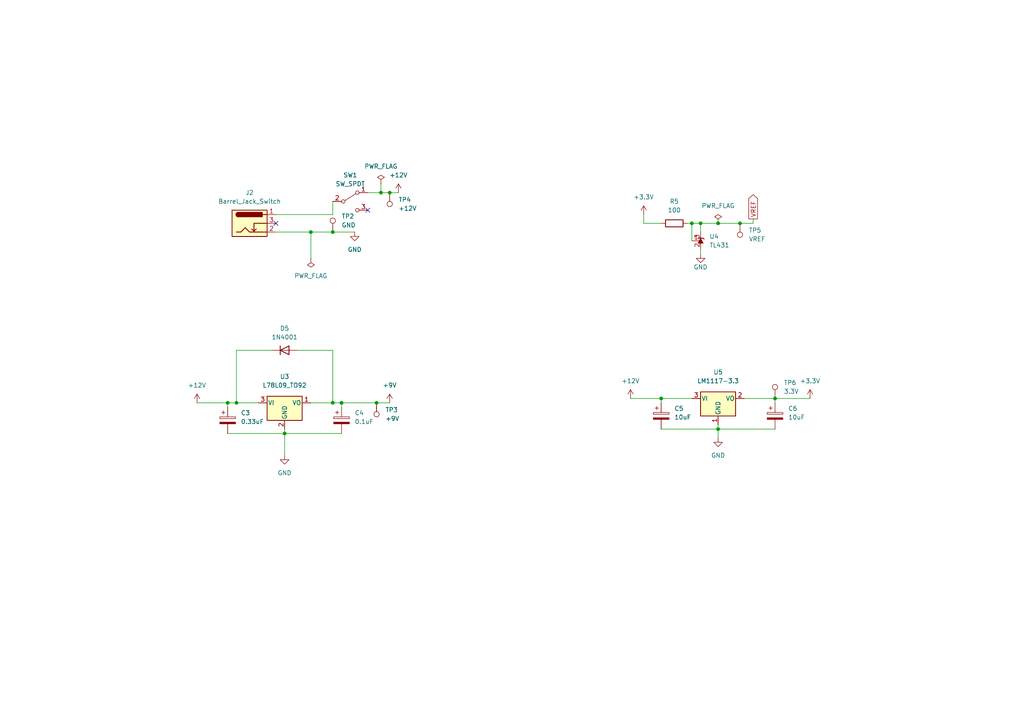
<source format=kicad_sch>
(kicad_sch (version 20211123) (generator eeschema)
  (paper "A4")
  (lib_symbols
    (symbol "Connector:Barrel_Jack_Switch"
      (property "Reference" "J" (at 0 5.334 0))
      (property "Value" "Barrel_Jack_Switch" (at 0 -5.08 0))
      (symbol "Barrel_Jack_Switch_0_1"
        (rectangle (start -5.08 3.81) (end 5.08 -3.81) (stroke (width 0.254)) (fill (type background)))
        (arc (start -3.302 3.175) (mid -3.937 2.54) (end -3.302 1.905) (stroke (width 0.254)))
        (arc (start -3.302 3.175) (mid -3.937 2.54) (end -3.302 1.905) (stroke (width 0.254)) (fill (type outline)))
        (polyline (pts (xy 1.27 -2.286) (xy 1.905 -1.651)) (stroke (width 0.254)))
        (polyline (pts (xy 5.08 2.54) (xy 3.81 2.54)) (stroke (width 0.254)))
        (polyline (pts (xy 5.08 0) (xy 1.27 0) (xy 1.27 -2.286) (xy 0.635 -1.651)) (stroke (width 0.254)))
        (polyline (pts (xy -3.81 -2.54) (xy -2.54 -2.54) (xy -1.27 -1.27) (xy 0 -2.54) (xy 2.54 -2.54) (xy 5.08 -2.54)) (stroke (width 0.254)))
        (rectangle (start 3.683 3.175) (end -3.302 1.905) (stroke (width 0.254)) (fill (type outline)))
      )
      (symbol "Barrel_Jack_Switch_1_1"
        (pin passive line (at 7.62 2.54 180) (length 2.54) (name "~") (number "1"))
        (pin passive line (at 7.62 -2.54 180) (length 2.54) (name "~") (number "2"))
        (pin passive line (at 7.62 0 180) (length 2.54) (name "~") (number "3"))
      )
    )
    (symbol "Connector:TestPoint" (pin_numbers hide) (pin_names (offset 0.762) hide)
      (property "Reference" "TP" (at 0 6.858 0))
      (property "Value" "TestPoint" (at 0 5.08 0))
      (symbol "TestPoint_0_1"
        (circle (center 0 3.302) (radius 0.762))
      )
      (symbol "TestPoint_1_1"
        (pin passive line (at 0 0 90) (length 2.54) (name "1") (number "1"))
      )
    )
    (symbol "Device:C_Polarized" (pin_numbers hide) (pin_names (offset 0.254))
      (property "Reference" "C" (at 0.635 2.54 0))
      (property "Value" "C_Polarized" (at 0.635 -2.54 0))
      (symbol "C_Polarized_0_1"
        (rectangle (start -2.286 0.508) (end 2.286 1.016))
        (polyline (pts (xy -1.778 2.286) (xy -0.762 2.286)))
        (polyline (pts (xy -1.27 2.794) (xy -1.27 1.778)))
        (rectangle (start 2.286 -0.508) (end -2.286 -1.016) (fill (type outline)))
      )
      (symbol "C_Polarized_1_1"
        (pin passive line (at 0 3.81 270) (length 2.794) (name "~") (number "1"))
        (pin passive line (at 0 -3.81 90) (length 2.794) (name "~") (number "2"))
      )
    )
    (symbol "Device:R" (pin_numbers hide) (pin_names (offset 0))
      (property "Reference" "R" (at 2.032 0 90))
      (property "Value" "R" (at 0 0 90))
      (symbol "R_0_1"
        (rectangle (start -1.016 -2.54) (end 1.016 2.54) (stroke (width 0.254)))
      )
      (symbol "R_1_1"
        (pin passive line (at 0 3.81 270) (length 1.27) (name "~") (number "1"))
        (pin passive line (at 0 -3.81 90) (length 1.27) (name "~") (number "2"))
      )
    )
    (symbol "Diode:1N4001" (pin_numbers hide) (pin_names (offset 1.016) hide)
      (property "Reference" "D" (at 0 2.54 0))
      (property "Value" "1N4001" (at 0 -2.54 0))
      (symbol "1N4001_0_1"
        (polyline (pts (xy -1.27 1.27) (xy -1.27 -1.27)) (stroke (width 0.254)))
        (polyline (pts (xy 1.27 0) (xy -1.27 0)))
        (polyline (pts (xy 1.27 1.27) (xy 1.27 -1.27) (xy -1.27 0) (xy 1.27 1.27)) (stroke (width 0.254)))
      )
      (symbol "1N4001_1_1"
        (pin passive line (at -3.81 0 0) (length 2.54) (name "K") (number "1"))
        (pin passive line (at 3.81 0 180) (length 2.54) (name "A") (number "2"))
      )
    )
    (symbol "Reference_Voltage:TL431LP" (pin_names hide)
      (property "Reference" "U" (at -2.54 2.54 0))
      (property "Value" "TL431LP" (at 0 -2.54 0))
      (symbol "TL431LP_0_1"
        (polyline (pts (xy -1.27 0) (xy 0 0) (xy 1.27 0)))
        (polyline (pts (xy -0.762 0.762) (xy 0.762 0) (xy -0.762 -0.762)) (fill (type outline)))
        (polyline (pts (xy 0.508 -1.016) (xy 0.762 -0.762) (xy 0.762 0.762) (xy 0.762 0.762)) (stroke (width 0.254)))
      )
      (symbol "TL431LP_1_1"
        (pin passive line (at 0 2.54 270) (length 2.54) (name "REF") (number "1"))
        (pin passive line (at -2.54 0 0) (length 2.54) (name "A") (number "2"))
        (pin passive line (at 2.54 0 180) (length 2.54) (name "K") (number "3"))
      )
    )
    (symbol "Regulator_Linear:L78L09_TO92" (pin_names (offset 0.254))
      (property "Reference" "U" (at -3.81 3.175 0))
      (property "Value" "L78L09_TO92" (at 0 3.175 0))
      (symbol "L78L09_TO92_0_1"
        (rectangle (start -5.08 -5.08) (end 5.08 1.905) (stroke (width 0.254)) (fill (type background)))
      )
      (symbol "L78L09_TO92_1_1"
        (pin power_out line (at 7.62 0 180) (length 2.54) (name "VO") (number "1"))
        (pin power_in line (at 0 -7.62 90) (length 2.54) (name "GND") (number "2"))
        (pin power_in line (at -7.62 0 0) (length 2.54) (name "VI") (number "3"))
      )
    )
    (symbol "Regulator_Linear:LM1117-3.3" (pin_names (offset 0.254))
      (property "Reference" "U" (at -3.81 3.175 0))
      (property "Value" "LM1117-3.3" (at 0 3.175 0))
      (symbol "LM1117-3.3_0_1"
        (rectangle (start -5.08 -5.08) (end 5.08 1.905) (stroke (width 0.254)) (fill (type background)))
      )
      (symbol "LM1117-3.3_1_1"
        (pin power_in line (at 0 -7.62 90) (length 2.54) (name "GND") (number "1"))
        (pin power_out line (at 7.62 0 180) (length 2.54) (name "VO") (number "2"))
        (pin power_in line (at -7.62 0 0) (length 2.54) (name "VI") (number "3"))
      )
    )
    (symbol "Switch:SW_SPDT" (pin_names (offset 0) hide)
      (property "Reference" "SW" (at 0 4.318 0))
      (property "Value" "SW_SPDT" (at 0 -5.08 0))
      (symbol "SW_SPDT_0_0"
        (circle (center -2.032 0) (radius 0.508))
        (circle (center 2.032 -2.54) (radius 0.508))
      )
      (symbol "SW_SPDT_0_1"
        (polyline (pts (xy -1.524 0.254) (xy 1.651 2.286)))
        (circle (center 2.032 2.54) (radius 0.508))
      )
      (symbol "SW_SPDT_1_1"
        (pin passive line (at 5.08 2.54 180) (length 2.54) (name "A") (number "1"))
        (pin passive line (at -5.08 0 0) (length 2.54) (name "B") (number "2"))
        (pin passive line (at 5.08 -2.54 180) (length 2.54) (name "C") (number "3"))
      )
    )
    (symbol "power:+12V" (power) (pin_names (offset 0))
      (property "Value" "+12V" (at 0 3.556 0))
      (symbol "+12V_0_1"
        (polyline (pts (xy -0.762 1.27) (xy 0 2.54)))
        (polyline (pts (xy 0 0) (xy 0 2.54)))
        (polyline (pts (xy 0 2.54) (xy 0.762 1.27)))
      )
      (symbol "+12V_1_1"
        (pin power_in line (at 0 0 90) (length 0) hide (name "+12V") (number "1"))
      )
    )
    (symbol "power:+3.3V" (power) (pin_names (offset 0))
      (property "Value" "+3.3V" (at 0 3.556 0))
      (symbol "+3.3V_0_1"
        (polyline (pts (xy -0.762 1.27) (xy 0 2.54)))
        (polyline (pts (xy 0 0) (xy 0 2.54)))
        (polyline (pts (xy 0 2.54) (xy 0.762 1.27)))
      )
      (symbol "+3.3V_1_1"
        (pin power_in line (at 0 0 90) (length 0) hide (name "+3.3V") (number "1"))
      )
    )
    (symbol "power:+9V" (power) (pin_names (offset 0))
      (property "Value" "+9V" (at 0 3.556 0))
      (symbol "+9V_0_1"
        (polyline (pts (xy -0.762 1.27) (xy 0 2.54)))
        (polyline (pts (xy 0 0) (xy 0 2.54)))
        (polyline (pts (xy 0 2.54) (xy 0.762 1.27)))
      )
      (symbol "+9V_1_1"
        (pin power_in line (at 0 0 90) (length 0) hide (name "+9V") (number "1"))
      )
    )
    (symbol "power:GND" (power) (pin_names (offset 0))
      (property "Value" "GND" (at 0 -3.81 0))
      (symbol "GND_0_1"
        (polyline (pts (xy 0 0) (xy 0 -1.27) (xy 1.27 -1.27) (xy 0 -2.54) (xy -1.27 -1.27) (xy 0 -1.27)))
      )
      (symbol "GND_1_1"
        (pin power_in line (at 0 0 270) (length 0) hide (name "GND") (number "1"))
      )
    )
    (symbol "power:PWR_FLAG" (power) (pin_numbers hide) (pin_names (offset 0) hide)
      (property "Value" "PWR_FLAG" (at 0 3.81 0))
      (symbol "PWR_FLAG_0_0"
        (pin power_out line (at 0 0 90) (length 0) (name "pwr") (number "1"))
      )
      (symbol "PWR_FLAG_0_1"
        (polyline (pts (xy 0 0) (xy 0 1.27) (xy -1.016 1.905) (xy 0 2.54) (xy 1.016 1.905) (xy 0 1.27)))
      )
    )
  )
  (junction (at 203.2 64.77))
  (junction (at 68.58 116.84))
  (junction (at 82.55 125.73))
  (junction (at 66.04 116.84))
  (junction (at 96.52 116.84))
  (junction (at 200.66 64.77))
  (junction (at 214.63 64.77))
  (junction (at 191.77 115.57))
  (junction (at 90.17 67.31))
  (junction (at 224.79 115.57))
  (junction (at 208.28 64.77))
  (junction (at 208.28 124.46))
  (junction (at 96.52 67.31))
  (junction (at 113.03 55.88))
  (junction (at 109.22 116.84))
  (junction (at 110.49 55.88))
  (junction (at 99.06 116.84))
  (no_connect (at 80.01 64.77))
  (no_connect (at 106.68 60.96))
  (wire (pts (xy 208.28 123.19) (xy 208.28 124.46)))
  (wire (pts (xy 224.79 115.57) (xy 234.95 115.57)))
  (wire (pts (xy 203.2 64.77) (xy 203.2 67.31)))
  (wire (pts (xy 208.28 64.77) (xy 214.63 64.77)))
  (wire (pts (xy 199.39 64.77) (xy 200.66 64.77)))
  (wire (pts (xy 99.06 116.84) (xy 99.06 118.11)))
  (wire (pts (xy 214.63 64.77) (xy 218.44 64.77)))
  (wire (pts (xy 208.28 124.46) (xy 224.79 124.46)))
  (wire (pts (xy 200.66 64.77) (xy 200.66 69.85)))
  (wire (pts (xy 191.77 116.84) (xy 191.77 115.57)))
  (wire (pts (xy 106.68 55.88) (xy 110.49 55.88)))
  (wire (pts (xy 68.58 101.6) (xy 68.58 116.84)))
  (wire (pts (xy 90.17 116.84) (xy 96.52 116.84)))
  (wire (pts (xy 80.01 62.23) (xy 96.52 62.23)))
  (wire (pts (xy 90.17 67.31) (xy 96.52 67.31)))
  (wire (pts (xy 109.22 116.84) (xy 113.03 116.84)))
  (wire (pts (xy 78.74 101.6) (xy 68.58 101.6)))
  (wire (pts (xy 186.69 64.77) (xy 191.77 64.77)))
  (wire (pts (xy 113.03 55.88) (xy 115.57 55.88)))
  (wire (pts (xy 80.01 67.31) (xy 90.17 67.31)))
  (wire (pts (xy 90.17 74.93) (xy 90.17 67.31)))
  (wire (pts (xy 182.88 115.57) (xy 191.77 115.57)))
  (wire (pts (xy 208.28 124.46) (xy 208.28 127)))
  (wire (pts (xy 191.77 115.57) (xy 200.66 115.57)))
  (wire (pts (xy 218.44 64.77) (xy 218.44 63.5)))
  (wire (pts (xy 68.58 116.84) (xy 74.93 116.84)))
  (wire (pts (xy 224.79 115.57) (xy 224.79 116.84)))
  (wire (pts (xy 66.04 118.11) (xy 66.04 116.84)))
  (wire (pts (xy 99.06 116.84) (xy 109.22 116.84)))
  (wire (pts (xy 191.77 124.46) (xy 208.28 124.46)))
  (wire (pts (xy 66.04 116.84) (xy 68.58 116.84)))
  (wire (pts (xy 96.52 67.31) (xy 102.87 67.31)))
  (wire (pts (xy 215.9 115.57) (xy 224.79 115.57)))
  (wire (pts (xy 186.69 62.23) (xy 186.69 64.77)))
  (wire (pts (xy 110.49 55.88) (xy 113.03 55.88)))
  (wire (pts (xy 66.04 125.73) (xy 82.55 125.73)))
  (wire (pts (xy 96.52 101.6) (xy 96.52 116.84)))
  (wire (pts (xy 110.49 53.34) (xy 110.49 55.88)))
  (wire (pts (xy 82.55 125.73) (xy 99.06 125.73)))
  (wire (pts (xy 57.15 116.84) (xy 66.04 116.84)))
  (wire (pts (xy 82.55 125.73) (xy 82.55 132.08)))
  (wire (pts (xy 96.52 58.42) (xy 96.52 62.23)))
  (wire (pts (xy 82.55 124.46) (xy 82.55 125.73)))
  (wire (pts (xy 96.52 116.84) (xy 99.06 116.84)))
  (wire (pts (xy 200.66 64.77) (xy 203.2 64.77)))
  (wire (pts (xy 86.36 101.6) (xy 96.52 101.6)))
  (wire (pts (xy 203.2 64.77) (xy 208.28 64.77)))
  (wire (pts (xy 203.2 73.66) (xy 203.2 72.39)))
  (global_label "VREF" (shape output) (at 218.44 63.5 90) (property "Intersheet References" "${INTERSHEET_REFS}" (effects hide)))
  (symbol (lib_id "Device:C_Polarized") (at 66.04 121.92 0) (unit 1)
    (property "Reference" "C3" (at 69.85 119.7609 0) (effects (justify left)))
    (property "Value" "0.33uF" (at 69.85 122.3009 0) (effects (justify left)))
    (property "Footprint" "Capacitor_THT:CP_Radial_Tantal_D4.5mm_P2.50mm" (effects hide))
    (property "Supplier" "Tayda" (effects hide))
    (property "Manufacturer" "AVX" (effects hide))
    (property "Manufacturer Part No." "0.33uF 35V Radial Capacitor Tantalum" (effects hide))
    (property "Notes" "Tantalum" (effects hide))
    (property "Supplier Part No." "A-5100" (effects hide))
  )
  (symbol (lib_id "Diode:1N4001") (at 82.55 101.6 0) (unit 1)
    (property "Reference" "D5" (at 82.55 95.25 0))
    (property "Value" "1N4001" (at 82.55 97.79 0))
    (property "Footprint" "Diode_THT:D_DO-41_SOD81_P10.16mm_Horizontal" (effects hide))
    (property "Datasheet" "http://www.vishay.com/docs/88503/1n4001.pdf" (effects hide))
    (property "Supplier" "Tayda" (effects hide))
    (property "Manufacturer" "EIC" (effects hide))
    (property "Manufacturer Part No." "1N4001" (effects hide))
    (property "Supplier Part No." "A-162" (effects hide))
  )
  (symbol (lib_id "power:PWR_FLAG") (at 90.17 74.93 180) (unit 1)
    (property "Reference" "#FLG01" (effects hide))
    (property "Value" "PWR_FLAG" (at 90.17 80.01 0))
  )
  (symbol (lib_id "power:PWR_FLAG") (at 110.49 53.34 0) (unit 1)
    (property "Reference" "#FLG02" (effects hide))
    (property "Value" "PWR_FLAG" (at 110.49 48.26 0))
  )
  (symbol (lib_id "Device:C_Polarized") (at 99.06 121.92 0) (unit 1)
    (property "Reference" "C4" (at 102.87 119.7609 0) (effects (justify left)))
    (property "Value" "0.1uF" (at 102.87 122.3009 0) (effects (justify left)))
    (property "Footprint" "Capacitor_THT:CP_Radial_Tantal_D4.5mm_P2.50mm" (effects hide))
    (property "Supplier" "Tayda" (effects hide))
    (property "Manufacturer" "AVX" (effects hide))
    (property "Manufacturer Part No." "0.1uF 35V Radial Capacitor Tantalum" (effects hide))
    (property "Notes" "Tantalum" (effects hide))
    (property "Supplier Part No." "A-1606" (effects hide))
  )
  (symbol (lib_id "Connector:TestPoint") (at 96.52 67.31 0) (unit 1)
    (property "Reference" "TP2" (at 99.06 62.7379 0) (effects (justify left)))
    (property "Value" "GND" (at 99.06 65.2779 0) (effects (justify left)))
    (property "Footprint" "TestPoint:TestPoint_Pad_D1.5mm" (effects hide))
  )
  (symbol (lib_id "Connector:TestPoint") (at 214.63 64.77 180) (unit 1)
    (property "Reference" "TP5" (at 217.17 66.8019 0) (effects (justify right)))
    (property "Value" "VREF" (at 217.17 69.3419 0) (effects (justify right)))
    (property "Footprint" "TestPoint:TestPoint_Pad_D1.5mm" (effects hide))
  )
  (symbol (lib_id "Device:R") (at 195.58 64.77 270) (unit 1)
    (property "Reference" "R5" (at 195.58 58.42 90))
    (property "Value" "100" (at 195.58 60.96 90))
    (property "Footprint" "Royal_Ohm_Resistors:R_Axial_DIN0207_L6.8mm_D2.5mm_P10.16mm_Horizontal" (effects hide))
    (property "Supplier" "Tayda" (effects hide))
    (property "Manufacturer" "Royal Ohm" (effects hide))
    (property "Manufacturer Part No." "MF0W4FF1000A50 " (effects hide))
    (property "Supplier Part No." "A-2245" (effects hide))
  )
  (symbol (lib_id "power:GND") (at 102.87 67.31 0) (unit 1)
    (property "Reference" "#PWR018" (effects hide))
    (property "Value" "GND" (at 102.87 72.39 0))
  )
  (symbol (lib_id "Reference_Voltage:TL431LP") (at 203.2 69.85 90) (unit 1)
    (property "Reference" "U4" (at 205.74 68.5799 90) (effects (justify right)))
    (property "Value" "TL431" (at 205.74 71.1199 90) (effects (justify right)))
    (property "Footprint" "Package_TO_SOT_THT:TO-92_Inline" (effects hide))
    (property "Datasheet" "http://www.ti.com/lit/ds/symlink/tl431.pdf" (effects hide))
    (property "Manufacturer" "VARIOUS" (effects hide))
    (property "Manufacturer Part No." "TL431ACL" (effects hide))
    (property "Supplier" "Tayda" (effects hide))
    (property "Supplier Part No." "A-140" (effects hide))
  )
  (symbol (lib_id "power:GND") (at 82.55 132.08 0) (unit 1)
    (property "Reference" "#PWR017" (effects hide))
    (property "Value" "GND" (at 82.55 137.16 0))
  )
  (symbol (lib_id "power:GND") (at 208.28 127 0) (unit 1)
    (property "Reference" "#PWR024" (effects hide))
    (property "Value" "GND" (at 208.28 132.08 0))
  )
  (symbol (lib_id "power:+12V") (at 115.57 55.88 0) (unit 1)
    (property "Reference" "#PWR020" (effects hide))
    (property "Value" "+12V" (at 115.57 50.8 0))
  )
  (symbol (lib_id "power:+12V") (at 182.88 115.57 0) (unit 1)
    (property "Reference" "#PWR021" (effects hide))
    (property "Value" "+12V" (at 182.88 110.49 0))
  )
  (symbol (lib_id "Connector:TestPoint") (at 113.03 55.88 180) (unit 1)
    (property "Reference" "TP4" (at 115.57 57.9119 0) (effects (justify right)))
    (property "Value" "+12V" (at 115.57 60.4519 0) (effects (justify right)))
    (property "Footprint" "TestPoint:TestPoint_Pad_D1.5mm" (effects hide))
  )
  (symbol (lib_id "power:PWR_FLAG") (at 208.28 64.77 0) (unit 1)
    (property "Reference" "#FLG03" (effects hide))
    (property "Value" "PWR_FLAG" (at 208.28 59.69 0))
  )
  (symbol (lib_id "Connector:TestPoint") (at 109.22 116.84 180) (unit 1)
    (property "Reference" "TP3" (at 111.76 118.8719 0) (effects (justify right)))
    (property "Value" "+9V" (at 111.76 121.4119 0) (effects (justify right)))
    (property "Footprint" "TestPoint:TestPoint_Pad_D1.5mm" (effects hide))
  )
  (symbol (lib_id "power:+12V") (at 57.15 116.84 0) (unit 1)
    (property "Reference" "#PWR016" (effects hide))
    (property "Value" "+12V" (at 57.15 111.76 0))
  )
  (symbol (lib_id "power:GND") (at 203.2 73.66 0) (unit 1)
    (property "Reference" "#PWR023" (effects hide))
    (property "Value" "GND" (at 203.2 77.47 0))
  )
  (symbol (lib_id "Connector:TestPoint") (at 224.79 115.57 0) (unit 1)
    (property "Reference" "TP6" (at 227.33 110.9979 0) (effects (justify left)))
    (property "Value" "3.3V" (at 227.33 113.5379 0) (effects (justify left)))
    (property "Footprint" "TestPoint:TestPoint_Pad_D1.5mm" (effects hide))
  )
  (symbol (lib_id "power:+9V") (at 113.03 116.84 0) (unit 1)
    (property "Reference" "#PWR019" (effects hide))
    (property "Value" "+9V" (at 113.03 111.76 0))
  )
  (symbol (lib_id "Device:C_Polarized") (at 224.79 120.65 0) (unit 1)
    (property "Reference" "C6" (at 228.6 118.4909 0) (effects (justify left)))
    (property "Value" "10uF" (at 228.6 121.0309 0) (effects (justify left)))
    (property "Footprint" "Capacitor_THT:CP_Radial_Tantal_D4.5mm_P2.50mm" (effects hide))
    (property "Supplier" "Tayda" (effects hide))
    (property "Supplier Part No." "A-5226" (effects hide))
    (property "Notes" "Tantalum" (effects hide))
    (property "Manufacturer" "AVX" (effects hide))
    (property "Manufacturer Part No." "10uF 35V Radial Capacitor Tantalum" (effects hide))
  )
  (symbol (lib_id "Device:C_Polarized") (at 191.77 120.65 0) (unit 1)
    (property "Reference" "C5" (at 195.58 118.4909 0) (effects (justify left)))
    (property "Value" "10uF" (at 195.58 121.0309 0) (effects (justify left)))
    (property "Footprint" "Capacitor_THT:CP_Radial_Tantal_D4.5mm_P2.50mm" (effects hide))
    (property "Supplier" "Tayda" (effects hide))
    (property "Supplier Part No." "A-5226" (effects hide))
    (property "Notes" "Tantalum" (effects hide))
    (property "Manufacturer" "AVX" (effects hide))
    (property "Manufacturer Part No." "10uF 35V Radial Capacitor Tantalum" (effects hide))
  )
  (symbol (lib_id "Regulator_Linear:L78L09_TO92") (at 82.55 116.84 0) (unit 1)
    (property "Reference" "U3" (at 82.55 109.22 0))
    (property "Value" "L78L09_TO92" (at 82.55 111.76 0))
    (property "Footprint" "Package_TO_SOT_THT:TO-92_Inline" (effects hide))
    (property "Datasheet" "http://www.st.com/content/ccc/resource/technical/document/datasheet/15/55/e5/aa/23/5b/43/fd/CD00000446.pdf/files/CD00000446.pdf/jcr:content/translations/en.CD00000446.pdf" (effects hide))
    (property "Supplier" "Tayda" (effects hide))
    (property "Manufacturer" "STMicroelectronics" (effects hide))
    (property "Manufacturer Part No." " " (effects hide))
    (property "Notes" "L78L09ACZ" (effects hide))
    (property "Supplier Part No." "A-878" (effects hide))
  )
  (symbol (lib_id "power:+3.3V") (at 234.95 115.57 0) (unit 1)
    (property "Reference" "#PWR025" (effects hide))
    (property "Value" "+3.3V" (at 234.95 110.49 0))
  )
  (symbol (lib_id "power:+3.3V") (at 186.69 62.23 0) (unit 1)
    (property "Reference" "#PWR022" (effects hide))
    (property "Value" "+3.3V" (at 186.69 57.15 0))
  )
  (symbol (lib_id "Connector:Barrel_Jack_Switch") (at 72.39 64.77 0) (unit 1)
    (property "Reference" "J2" (at 72.39 55.88 0))
    (property "Value" "Barrel_Jack_Switch" (at 72.39 58.42 0))
    (property "Footprint" "WEALTH_METAL_Barrel_Jacks:BarrelJack_Horizontal_2.1mm_WEALTH_METAL" (effects hide))
    (property "Supplier" "Tayda" (effects hide))
    (property "Manufacturer" "WEALTH METAL" (effects hide))
    (property "Manufacturer Part No." "DC Power Jack 2.1mm" (effects hide))
    (property "Supplier Part No." "A-4118" (effects hide))
  )
  (symbol (lib_id "Switch:SW_SPDT") (at 101.6 58.42 0) (unit 1)
    (property "Reference" "SW1" (at 101.6 50.8 0))
    (property "Value" "SW_SPDT" (at 101.6 53.34 0))
    (property "Footprint" "Wealth_Metal_Switches:Slide_Switch_SPDT_SS12F44G5" (effects hide))
    (property "Manufacturer" "WEALTH METAL" (effects hide))
    (property "Manufacturer Part No." "SS12F44G5" (effects hide))
    (property "Supplier" "Tayda" (effects hide))
    (property "Supplier Part No." "A-659" (effects hide))
  )
  (symbol (lib_id "Regulator_Linear:LM1117-3.3") (at 208.28 115.57 0) (unit 1)
    (property "Reference" "U5" (at 208.28 107.95 0))
    (property "Value" "LM1117-3.3" (at 208.28 110.49 0))
    (property "Footprint" "Package_TO_SOT_THT:TO-220-3_Horizontal_TabDown" (effects hide))
    (property "Datasheet" "http://www.ti.com/lit/ds/symlink/lm1117.pdf" (effects hide))
    (property "Supplier" "Tayda" (effects hide))
    (property "Manufacturer" "National Semiconductors" (effects hide))
    (property "Manufacturer Part No." "LM1117T" (effects hide))
    (property "Supplier Part No." "A-628" (effects hide))
  )
)
</source>
